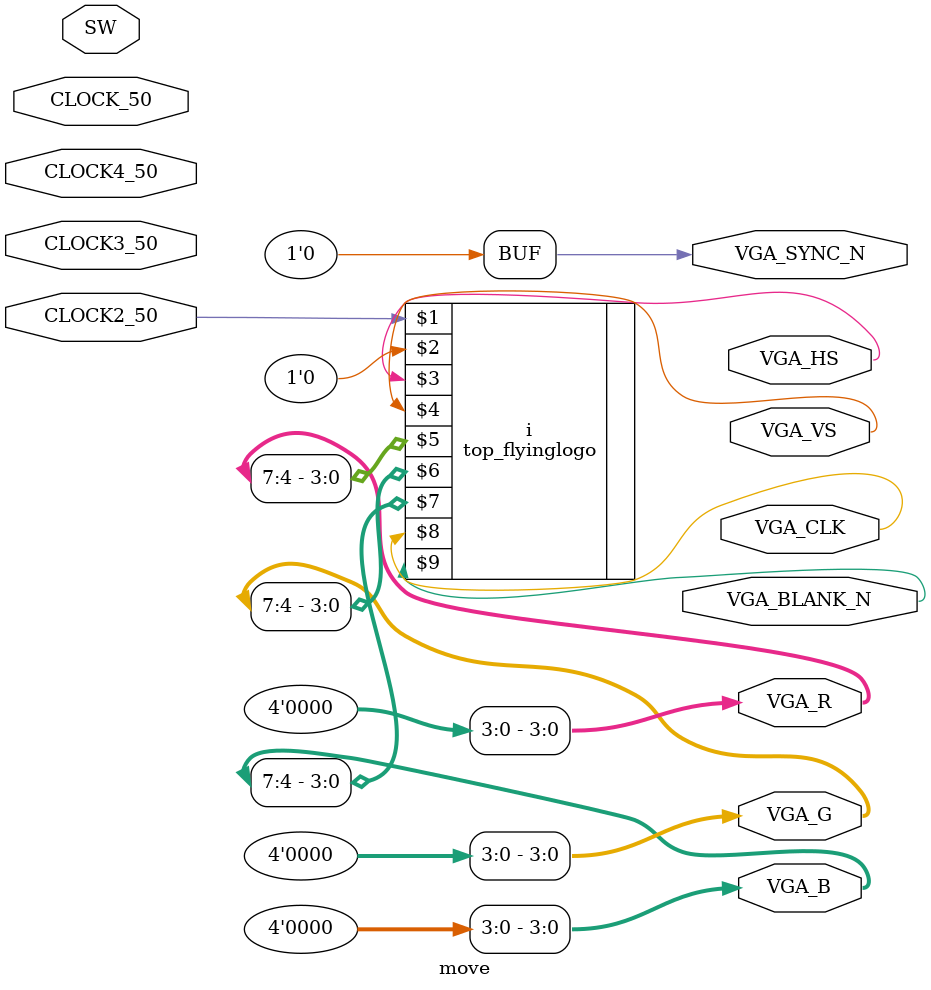
<source format=v>


module move(

	//////////// CLOCK //////////
	input 		          		CLOCK2_50,
	input 		          		CLOCK3_50,
	input 		          		CLOCK4_50,
	input 		          		CLOCK_50,

	//////////// SW //////////
	input 		     [9:0]		SW,

	//////////// VGA //////////
	output		          		VGA_BLANK_N,
	output		     [7:0]		VGA_B,
	output		          		VGA_CLK,
	output		     [7:0]		VGA_G,
	output		          		VGA_HS,
	output		     [7:0]		VGA_R,
	output		          		VGA_SYNC_N,
	output		          		VGA_VS
);



//=======================================================
//  REG/WIRE declarations
//=======================================================

	assign VGA_SYNC_N=1'b0;
	assign VGA_R[3:0]=4'b0000;
	assign VGA_G[3:0]=4'b0000;
	assign VGA_B[3:0]=4'b0000;

top_flyinglogo i(CLOCK2_50, 1'b0, VGA_HS, VGA_VS, VGA_R[7:4], VGA_G[7:4], VGA_B[7:4],VGA_CLK,VGA_BLANK_N);

//=======================================================
//  Structural coding
//=======================================================



endmodule

</source>
